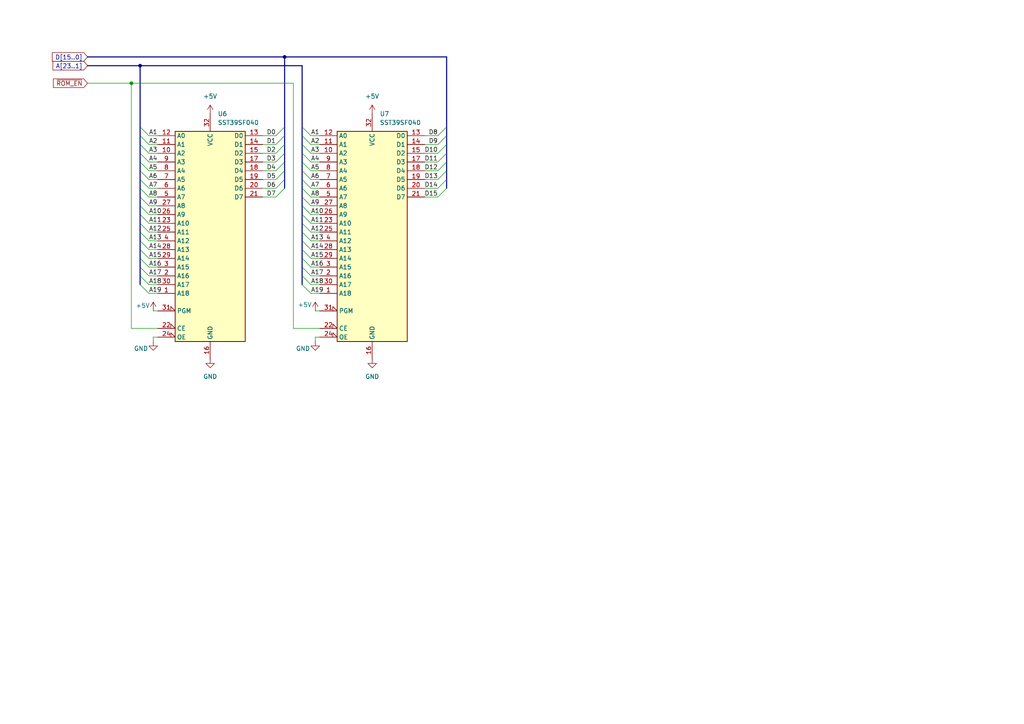
<source format=kicad_sch>
(kicad_sch (version 20231120) (generator "eeschema") (generator_version "8.0")
  (paper "A4")
  (lib_symbols
    (symbol "Memory_Flash:SST39SF040"
      (property "Reference" "U" (at 2.54 33.02 0))
      (property "Value" "SST39SF040" (at 0 -30.48 0))
      (symbol "SST39SF040_0_0"
        (pin power_in line (at 0 -34.29 90) (length 5.08) (name "GND") (number "16"))
        (pin power_in line (at 0 36.83 270) (length 5.08) (name "VCC") (number "32"))
      )
      (symbol "SST39SF040_0_1"
        (rectangle (start -10.16 31.75) (end 10.16 -29.21) (stroke (width 0.254)) (fill (type background)))
      )
      (symbol "SST39SF040_1_1"
        (pin input line (at -15.24 -15.24 0) (length 5.08) (name "A18") (number "1"))
        (pin input line (at -15.24 25.4 0) (length 5.08) (name "A2") (number "10"))
        (pin input line (at -15.24 27.94 0) (length 5.08) (name "A1") (number "11"))
        (pin input line (at -15.24 30.48 0) (length 5.08) (name "A0") (number "12"))
        (pin tri_state line (at 15.24 30.48 180) (length 5.08) (name "D0") (number "13"))
        (pin tri_state line (at 15.24 27.94 180) (length 5.08) (name "D1") (number "14"))
        (pin tri_state line (at 15.24 25.4 180) (length 5.08) (name "D2") (number "15"))
        (pin tri_state line (at 15.24 22.86 180) (length 5.08) (name "D3") (number "17"))
        (pin tri_state line (at 15.24 20.32 180) (length 5.08) (name "D4") (number "18"))
        (pin tri_state line (at 15.24 17.78 180) (length 5.08) (name "D5") (number "19"))
        (pin input line (at -15.24 -10.16 0) (length 5.08) (name "A16") (number "2"))
        (pin tri_state line (at 15.24 15.24 180) (length 5.08) (name "D6") (number "20"))
        (pin tri_state line (at 15.24 12.7 180) (length 5.08) (name "D7") (number "21"))
        (pin input input_low (at -15.24 -25.4 0) (length 5.08) (name "CE") (number "22"))
        (pin input line (at -15.24 5.08 0) (length 5.08) (name "A10") (number "23"))
        (pin input input_low (at -15.24 -27.94 0) (length 5.08) (name "OE") (number "24"))
        (pin input line (at -15.24 2.54 0) (length 5.08) (name "A11") (number "25"))
        (pin input line (at -15.24 7.62 0) (length 5.08) (name "A9") (number "26"))
        (pin input line (at -15.24 10.16 0) (length 5.08) (name "A8") (number "27"))
        (pin input line (at -15.24 -2.54 0) (length 5.08) (name "A13") (number "28"))
        (pin input line (at -15.24 -5.08 0) (length 5.08) (name "A14") (number "29"))
        (pin input line (at -15.24 -7.62 0) (length 5.08) (name "A15") (number "3"))
        (pin input line (at -15.24 -12.7 0) (length 5.08) (name "A17") (number "30"))
        (pin input input_low (at -15.24 -20.32 0) (length 5.08) (name "PGM") (number "31"))
        (pin input line (at -15.24 0 0) (length 5.08) (name "A12") (number "4"))
        (pin input line (at -15.24 12.7 0) (length 5.08) (name "A7") (number "5"))
        (pin input line (at -15.24 15.24 0) (length 5.08) (name "A6") (number "6"))
        (pin input line (at -15.24 17.78 0) (length 5.08) (name "A5") (number "7"))
        (pin input line (at -15.24 20.32 0) (length 5.08) (name "A4") (number "8"))
        (pin input line (at -15.24 22.86 0) (length 5.08) (name "A3") (number "9"))
      )
    )
    (symbol "power:+5V" (power) (pin_numbers hide) (pin_names (offset 0) hide)
      (property "Value" "+5V" (at 0 3.556 0))
      (symbol "+5V_0_1"
        (polyline (pts (xy -0.762 1.27) (xy 0 2.54)))
        (polyline (pts (xy 0 0) (xy 0 2.54)))
        (polyline (pts (xy 0 2.54) (xy 0.762 1.27)))
      )
      (symbol "+5V_1_1"
        (pin power_in line (at 0 0 90) (length 0) (name "~") (number "1"))
      )
    )
    (symbol "power:GND" (power) (pin_numbers hide) (pin_names (offset 0) hide)
      (property "Value" "GND" (at 0 -3.81 0))
      (symbol "GND_0_1"
        (polyline (pts (xy 0 0) (xy 0 -1.27) (xy 1.27 -1.27) (xy 0 -2.54) (xy -1.27 -1.27) (xy 0 -1.27)))
      )
      (symbol "GND_1_1"
        (pin power_in line (at 0 0 270) (length 0) (name "~") (number "1"))
      )
    )
  )
  (junction (at 40.64 19.05))
  (junction (at 38.1 24.13))
  (junction (at 82.55 16.51))
  (bus_entry (at 87.63 54.61) (size 2.54 2.54))
  (bus_entry (at 40.64 80.01) (size 2.54 2.54))
  (bus_entry (at 40.64 67.31) (size 2.54 2.54))
  (bus_entry (at 129.54 39.37) (size -2.54 2.54))
  (bus_entry (at 129.54 54.61) (size -2.54 2.54))
  (bus_entry (at 82.55 39.37) (size -2.54 2.54))
  (bus_entry (at 40.64 36.83) (size 2.54 2.54))
  (bus_entry (at 82.55 44.45) (size -2.54 2.54))
  (bus_entry (at 87.63 80.01) (size 2.54 2.54))
  (bus_entry (at 82.55 41.91) (size -2.54 2.54))
  (bus_entry (at 40.64 39.37) (size 2.54 2.54))
  (bus_entry (at 129.54 36.83) (size -2.54 2.54))
  (bus_entry (at 87.63 69.85) (size 2.54 2.54))
  (bus_entry (at 82.55 36.83) (size -2.54 2.54))
  (bus_entry (at 40.64 64.77) (size 2.54 2.54))
  (bus_entry (at 82.55 46.99) (size -2.54 2.54))
  (bus_entry (at 87.63 72.39) (size 2.54 2.54))
  (bus_entry (at 40.64 69.85) (size 2.54 2.54))
  (bus_entry (at 40.64 77.47) (size 2.54 2.54))
  (bus_entry (at 87.63 82.55) (size 2.54 2.54))
  (bus_entry (at 82.55 54.61) (size -2.54 2.54))
  (bus_entry (at 87.63 62.23) (size 2.54 2.54))
  (bus_entry (at 87.63 77.47) (size 2.54 2.54))
  (bus_entry (at 40.64 82.55) (size 2.54 2.54))
  (bus_entry (at 40.64 59.69) (size 2.54 2.54))
  (bus_entry (at 87.63 59.69) (size 2.54 2.54))
  (bus_entry (at 87.63 57.15) (size 2.54 2.54))
  (bus_entry (at 87.63 64.77) (size 2.54 2.54))
  (bus_entry (at 40.64 46.99) (size 2.54 2.54))
  (bus_entry (at 40.64 57.15) (size 2.54 2.54))
  (bus_entry (at 87.63 46.99) (size 2.54 2.54))
  (bus_entry (at 87.63 41.91) (size 2.54 2.54))
  (bus_entry (at 87.63 39.37) (size 2.54 2.54))
  (bus_entry (at 87.63 74.93) (size 2.54 2.54))
  (bus_entry (at 40.64 62.23) (size 2.54 2.54))
  (bus_entry (at 40.64 54.61) (size 2.54 2.54))
  (bus_entry (at 40.64 74.93) (size 2.54 2.54))
  (bus_entry (at 87.63 44.45) (size 2.54 2.54))
  (bus_entry (at 40.64 44.45) (size 2.54 2.54))
  (bus_entry (at 40.64 41.91) (size 2.54 2.54))
  (bus_entry (at 40.64 72.39) (size 2.54 2.54))
  (bus_entry (at 40.64 49.53) (size 2.54 2.54))
  (bus_entry (at 82.55 52.07) (size -2.54 2.54))
  (bus_entry (at 40.64 52.07) (size 2.54 2.54))
  (bus_entry (at 87.63 52.07) (size 2.54 2.54))
  (bus_entry (at 87.63 67.31) (size 2.54 2.54))
  (bus_entry (at 82.55 49.53) (size -2.54 2.54))
  (bus_entry (at 87.63 36.83) (size 2.54 2.54))
  (bus_entry (at 129.54 49.53) (size -2.54 2.54))
  (bus_entry (at 129.54 46.99) (size -2.54 2.54))
  (bus_entry (at 129.54 44.45) (size -2.54 2.54))
  (bus_entry (at 129.54 52.07) (size -2.54 2.54))
  (bus_entry (at 129.54 41.91) (size -2.54 2.54))
  (bus_entry (at 87.63 49.53) (size 2.54 2.54))
  (bus (pts (xy 82.55 46.99) (xy 82.55 49.53)))
  (bus (pts (xy 87.63 44.45) (xy 87.63 46.99)))
  (bus (pts (xy 40.64 67.31) (xy 40.64 69.85)))
  (wire (pts (xy 90.17 72.39) (xy 92.71 72.39)))
  (bus (pts (xy 87.63 69.85) (xy 87.63 72.39)))
  (wire (pts (xy 90.17 85.09) (xy 92.71 85.09)))
  (bus (pts (xy 129.54 49.53) (xy 129.54 52.07)))
  (wire (pts (xy 76.2 39.37) (xy 80.01 39.37)))
  (bus (pts (xy 87.63 62.23) (xy 87.63 64.77)))
  (wire (pts (xy 92.71 97.79) (xy 91.44 97.79)))
  (wire (pts (xy 76.2 46.99) (xy 80.01 46.99)))
  (bus (pts (xy 82.55 41.91) (xy 82.55 44.45)))
  (wire (pts (xy 90.17 82.55) (xy 92.71 82.55)))
  (bus (pts (xy 129.54 44.45) (xy 129.54 46.99)))
  (wire (pts (xy 90.17 49.53) (xy 92.71 49.53)))
  (bus (pts (xy 87.63 19.05) (xy 87.63 36.83)))
  (wire (pts (xy 38.1 24.13) (xy 85.09 24.13)))
  (bus (pts (xy 40.64 44.45) (xy 40.64 46.99)))
  (wire (pts (xy 43.18 54.61) (xy 45.72 54.61)))
  (wire (pts (xy 38.1 24.13) (xy 38.1 95.25)))
  (bus (pts (xy 82.55 16.51) (xy 82.55 36.83)))
  (bus (pts (xy 40.64 59.69) (xy 40.64 62.23)))
  (wire (pts (xy 90.17 64.77) (xy 92.71 64.77)))
  (wire (pts (xy 25.4 24.13) (xy 38.1 24.13)))
  (bus (pts (xy 40.64 46.99) (xy 40.64 49.53)))
  (wire (pts (xy 123.19 54.61) (xy 127 54.61)))
  (wire (pts (xy 43.18 64.77) (xy 45.72 64.77)))
  (wire (pts (xy 90.17 39.37) (xy 92.71 39.37)))
  (bus (pts (xy 40.64 49.53) (xy 40.64 52.07)))
  (wire (pts (xy 85.09 95.25) (xy 92.71 95.25)))
  (wire (pts (xy 123.19 52.07) (xy 127 52.07)))
  (bus (pts (xy 87.63 74.93) (xy 87.63 77.47)))
  (bus (pts (xy 87.63 67.31) (xy 87.63 69.85)))
  (wire (pts (xy 43.18 77.47) (xy 45.72 77.47)))
  (wire (pts (xy 90.17 57.15) (xy 92.71 57.15)))
  (wire (pts (xy 123.19 49.53) (xy 127 49.53)))
  (wire (pts (xy 43.18 57.15) (xy 45.72 57.15)))
  (bus (pts (xy 87.63 77.47) (xy 87.63 80.01)))
  (wire (pts (xy 91.44 90.17) (xy 92.71 90.17)))
  (bus (pts (xy 87.63 64.77) (xy 87.63 67.31)))
  (wire (pts (xy 76.2 44.45) (xy 80.01 44.45)))
  (wire (pts (xy 43.18 67.31) (xy 45.72 67.31)))
  (wire (pts (xy 90.17 67.31) (xy 92.71 67.31)))
  (bus (pts (xy 40.64 57.15) (xy 40.64 59.69)))
  (wire (pts (xy 43.18 52.07) (xy 45.72 52.07)))
  (wire (pts (xy 38.1 95.25) (xy 45.72 95.25)))
  (bus (pts (xy 82.55 16.51) (xy 129.54 16.51)))
  (wire (pts (xy 43.18 72.39) (xy 45.72 72.39)))
  (wire (pts (xy 123.19 44.45) (xy 127 44.45)))
  (bus (pts (xy 82.55 39.37) (xy 82.55 41.91)))
  (wire (pts (xy 76.2 57.15) (xy 80.01 57.15)))
  (bus (pts (xy 87.63 46.99) (xy 87.63 49.53)))
  (bus (pts (xy 40.64 54.61) (xy 40.64 57.15)))
  (bus (pts (xy 40.64 77.47) (xy 40.64 80.01)))
  (bus (pts (xy 129.54 39.37) (xy 129.54 41.91)))
  (bus (pts (xy 40.64 19.05) (xy 40.64 36.83)))
  (bus (pts (xy 129.54 52.07) (xy 129.54 54.61)))
  (wire (pts (xy 43.18 46.99) (xy 45.72 46.99)))
  (bus (pts (xy 87.63 57.15) (xy 87.63 59.69)))
  (bus (pts (xy 87.63 80.01) (xy 87.63 82.55)))
  (wire (pts (xy 90.17 74.93) (xy 92.71 74.93)))
  (bus (pts (xy 40.64 36.83) (xy 40.64 39.37)))
  (wire (pts (xy 90.17 44.45) (xy 92.71 44.45)))
  (bus (pts (xy 87.63 72.39) (xy 87.63 74.93)))
  (bus (pts (xy 87.63 41.91) (xy 87.63 44.45)))
  (bus (pts (xy 129.54 36.83) (xy 129.54 39.37)))
  (wire (pts (xy 91.44 97.79) (xy 91.44 99.06)))
  (wire (pts (xy 85.09 24.13) (xy 85.09 95.25)))
  (wire (pts (xy 43.18 39.37) (xy 45.72 39.37)))
  (bus (pts (xy 40.64 39.37) (xy 40.64 41.91)))
  (bus (pts (xy 40.64 64.77) (xy 40.64 67.31)))
  (wire (pts (xy 43.18 74.93) (xy 45.72 74.93)))
  (bus (pts (xy 129.54 46.99) (xy 129.54 49.53)))
  (wire (pts (xy 43.18 80.01) (xy 45.72 80.01)))
  (wire (pts (xy 43.18 69.85) (xy 45.72 69.85)))
  (bus (pts (xy 87.63 49.53) (xy 87.63 52.07)))
  (wire (pts (xy 43.18 59.69) (xy 45.72 59.69)))
  (wire (pts (xy 90.17 59.69) (xy 92.71 59.69)))
  (wire (pts (xy 90.17 46.99) (xy 92.71 46.99)))
  (bus (pts (xy 82.55 44.45) (xy 82.55 46.99)))
  (bus (pts (xy 87.63 52.07) (xy 87.63 54.61)))
  (wire (pts (xy 90.17 62.23) (xy 92.71 62.23)))
  (bus (pts (xy 40.64 52.07) (xy 40.64 54.61)))
  (wire (pts (xy 43.18 82.55) (xy 45.72 82.55)))
  (wire (pts (xy 43.18 62.23) (xy 45.72 62.23)))
  (bus (pts (xy 40.64 72.39) (xy 40.64 74.93)))
  (bus (pts (xy 25.4 19.05) (xy 40.64 19.05)))
  (wire (pts (xy 43.18 44.45) (xy 45.72 44.45)))
  (wire (pts (xy 90.17 54.61) (xy 92.71 54.61)))
  (wire (pts (xy 123.19 41.91) (xy 127 41.91)))
  (wire (pts (xy 90.17 69.85) (xy 92.71 69.85)))
  (wire (pts (xy 45.72 97.79) (xy 44.45 97.79)))
  (wire (pts (xy 90.17 41.91) (xy 92.71 41.91)))
  (wire (pts (xy 90.17 52.07) (xy 92.71 52.07)))
  (bus (pts (xy 82.55 49.53) (xy 82.55 52.07)))
  (bus (pts (xy 40.64 80.01) (xy 40.64 82.55)))
  (bus (pts (xy 82.55 52.07) (xy 82.55 54.61)))
  (wire (pts (xy 76.2 52.07) (xy 80.01 52.07)))
  (wire (pts (xy 90.17 77.47) (xy 92.71 77.47)))
  (bus (pts (xy 25.4 16.51) (xy 82.55 16.51)))
  (wire (pts (xy 123.19 39.37) (xy 127 39.37)))
  (wire (pts (xy 44.45 90.17) (xy 45.72 90.17)))
  (wire (pts (xy 76.2 54.61) (xy 80.01 54.61)))
  (bus (pts (xy 40.64 69.85) (xy 40.64 72.39)))
  (wire (pts (xy 76.2 49.53) (xy 80.01 49.53)))
  (wire (pts (xy 123.19 57.15) (xy 127 57.15)))
  (bus (pts (xy 87.63 36.83) (xy 87.63 39.37)))
  (bus (pts (xy 40.64 74.93) (xy 40.64 77.47)))
  (bus (pts (xy 40.64 19.05) (xy 87.63 19.05)))
  (bus (pts (xy 87.63 39.37) (xy 87.63 41.91)))
  (wire (pts (xy 43.18 85.09) (xy 45.72 85.09)))
  (bus (pts (xy 40.64 62.23) (xy 40.64 64.77)))
  (wire (pts (xy 90.17 80.01) (xy 92.71 80.01)))
  (wire (pts (xy 76.2 41.91) (xy 80.01 41.91)))
  (bus (pts (xy 82.55 36.83) (xy 82.55 39.37)))
  (bus (pts (xy 129.54 16.51) (xy 129.54 36.83)))
  (bus (pts (xy 87.63 54.61) (xy 87.63 57.15)))
  (wire (pts (xy 44.45 97.79) (xy 44.45 99.06)))
  (bus (pts (xy 87.63 59.69) (xy 87.63 62.23)))
  (wire (pts (xy 123.19 46.99) (xy 127 46.99)))
  (wire (pts (xy 43.18 41.91) (xy 45.72 41.91)))
  (bus (pts (xy 129.54 41.91) (xy 129.54 44.45)))
  (bus (pts (xy 40.64 41.91) (xy 40.64 44.45)))
  (wire (pts (xy 43.18 49.53) (xy 45.72 49.53)))
  (label "A2" (at 90.17 41.91 0))
  (label "D11" (at 127 46.99 180))
  (label "A4" (at 90.17 46.99 0))
  (label "A17" (at 90.17 80.01 0))
  (label "A19" (at 43.18 85.09 0))
  (label "A15" (at 90.17 74.93 0))
  (label "A6" (at 90.17 52.07 0))
  (label "A5" (at 43.18 49.53 0))
  (label "A18" (at 90.17 82.55 0))
  (label "D8" (at 127 39.37 180))
  (label "D9" (at 127 41.91 180))
  (label "A2" (at 43.18 41.91 0))
  (label "D1" (at 80.01 41.91 180))
  (label "D3" (at 80.01 46.99 180))
  (label "A3" (at 43.18 44.45 0))
  (label "A6" (at 43.18 52.07 0))
  (label "D2" (at 80.01 44.45 180))
  (label "A3" (at 90.17 44.45 0))
  (label "D14" (at 127 54.61 180))
  (label "D15" (at 127 57.15 180))
  (label "A10" (at 43.18 62.23 0))
  (label "A12" (at 90.17 67.31 0))
  (label "D7" (at 80.01 57.15 180))
  (label "A1" (at 90.17 39.37 0))
  (label "A10" (at 90.17 62.23 0))
  (label "D4" (at 80.01 49.53 180))
  (label "A14" (at 43.18 72.39 0))
  (label "A13" (at 43.18 69.85 0))
  (label "A16" (at 90.17 77.47 0))
  (label "A5" (at 90.17 49.53 0))
  (label "D13" (at 127 52.07 180))
  (label "A12" (at 43.18 67.31 0))
  (label "A14" (at 90.17 72.39 0))
  (label "A15" (at 43.18 74.93 0))
  (label "A13" (at 90.17 69.85 0))
  (label "A4" (at 43.18 46.99 0))
  (label "A1" (at 43.18 39.37 0))
  (label "A17" (at 43.18 80.01 0))
  (label "A11" (at 90.17 64.77 0))
  (label "D5" (at 80.01 52.07 180))
  (label "A19" (at 90.17 85.09 0))
  (label "A7" (at 90.17 54.61 0))
  (label "A18" (at 43.18 82.55 0))
  (label "D6" (at 80.01 54.61 180))
  (label "A9" (at 43.18 59.69 0))
  (label "A16" (at 43.18 77.47 0))
  (label "A8" (at 43.18 57.15 0))
  (label "A7" (at 43.18 54.61 0))
  (label "D0" (at 80.01 39.37 180))
  (label "A9" (at 90.17 59.69 0))
  (label "D12" (at 127 49.53 180))
  (label "A11" (at 43.18 64.77 0))
  (label "A8" (at 90.17 57.15 0))
  (label "D10" (at 127 44.45 180))
  (global_label "D[15..0]" (shape input) (at 25.4 16.51 180) (property "Intersheetrefs" "${INTERSHEET_REFS}" (at 14.6133 16.51 0) (effects (justify right))))
  (global_label "~{ROM_EN}" (shape input) (at 25.4 24.13 180) (property "Intersheetrefs" "${INTERSHEET_REFS}" (at 14.9158 24.13 0) (effects (justify right))))
  (global_label "A[23..1]" (shape input) (at 25.4 19.05 180) (property "Intersheetrefs" "${INTERSHEET_REFS}" (at 14.7947 19.05 0) (effects (justify right))))
  (symbol (lib_id "Memory_Flash:SST39SF040") (at 60.96 69.85 0) (unit 1)
    (property "Reference" "U6" (at 63.1541 33.02 0) (effects (justify left)))
    (property "Value" "SST39SF040" (at 63.1541 35.56 0) (effects (justify left)))
    (property "Footprint" "Package_DIP:DIP-32_W15.24mm_Socket" (effects (hide yes)))
    (property "Datasheet" "http://ww1.microchip.com/downloads/en/DeviceDoc/25022B.pdf" (effects (hide yes)))
    (property "Description" "Silicon Storage Technology (SSF) 512k x 8 Flash ROM" (effects (hide yes)))
  )
  (symbol (lib_id "power:GND") (at 91.44 99.06 0) (unit 1)
    (property "Reference" "#PWR023" (effects (hide yes)))
    (property "Value" "GND" (at 87.884 101.092 0))
    (property "Description" "Power symbol creates a global label with name \"GND\" , ground" (effects (hide yes)))
  )
  (symbol (lib_id "power:+5V") (at 60.96 33.02 0) (unit 1)
    (property "Reference" "#PWR036" (effects (hide yes)))
    (property "Value" "+5V" (at 60.96 27.94 0))
    (property "Description" "Power symbol creates a global label with name \"+5V\"" (effects (hide yes)))
  )
  (symbol (lib_id "power:+5V") (at 44.45 90.17 0) (unit 1)
    (property "Reference" "#PWR038" (effects (hide yes)))
    (property "Value" "+5V" (at 41.402 88.646 0))
    (property "Description" "Power symbol creates a global label with name \"+5V\"" (effects (hide yes)))
  )
  (symbol (lib_id "power:GND") (at 107.95 104.14 0) (unit 1)
    (property "Reference" "#PWR034" (effects (hide yes)))
    (property "Value" "GND" (at 107.95 109.22 0))
    (property "Description" "Power symbol creates a global label with name \"GND\" , ground" (effects (hide yes)))
  )
  (symbol (lib_id "power:GND") (at 60.96 104.14 0) (unit 1)
    (property "Reference" "#PWR032" (effects (hide yes)))
    (property "Value" "GND" (at 60.96 109.22 0))
    (property "Description" "Power symbol creates a global label with name \"GND\" , ground" (effects (hide yes)))
  )
  (symbol (lib_id "Memory_Flash:SST39SF040") (at 107.95 69.85 0) (unit 1)
    (property "Reference" "U7" (at 110.1441 33.02 0) (effects (justify left)))
    (property "Value" "SST39SF040" (at 110.1441 35.56 0) (effects (justify left)))
    (property "Footprint" "Package_DIP:DIP-32_W15.24mm_Socket" (effects (hide yes)))
    (property "Datasheet" "http://ww1.microchip.com/downloads/en/DeviceDoc/25022B.pdf" (effects (hide yes)))
    (property "Description" "Silicon Storage Technology (SSF) 512k x 8 Flash ROM" (effects (hide yes)))
  )
  (symbol (lib_id "power:GND") (at 44.45 99.06 0) (unit 1)
    (property "Reference" "#PWR022" (effects (hide yes)))
    (property "Value" "GND" (at 40.894 101.092 0))
    (property "Description" "Power symbol creates a global label with name \"GND\" , ground" (effects (hide yes)))
  )
  (symbol (lib_id "power:+5V") (at 91.44 90.17 0) (unit 1)
    (property "Reference" "#PWR039" (effects (hide yes)))
    (property "Value" "+5V" (at 88.392 88.392 0))
    (property "Description" "Power symbol creates a global label with name \"+5V\"" (effects (hide yes)))
  )
  (symbol (lib_id "power:+5V") (at 107.95 33.02 0) (unit 1)
    (property "Reference" "#PWR037" (effects (hide yes)))
    (property "Value" "+5V" (at 107.95 27.94 0))
    (property "Description" "Power symbol creates a global label with name \"+5V\"" (effects (hide yes)))
  )
)
</source>
